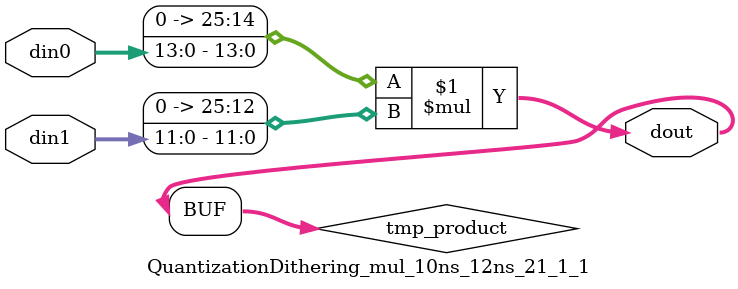
<source format=v>

`timescale 1 ns / 1 ps

  module QuantizationDithering_mul_10ns_12ns_21_1_1(din0, din1, dout);
parameter ID = 1;
parameter NUM_STAGE = 0;
parameter din0_WIDTH = 14;
parameter din1_WIDTH = 12;
parameter dout_WIDTH = 26;

input [din0_WIDTH - 1 : 0] din0; 
input [din1_WIDTH - 1 : 0] din1; 
output [dout_WIDTH - 1 : 0] dout;

wire signed [dout_WIDTH - 1 : 0] tmp_product;










assign tmp_product = $signed({1'b0, din0}) * $signed({1'b0, din1});











assign dout = tmp_product;







endmodule

</source>
